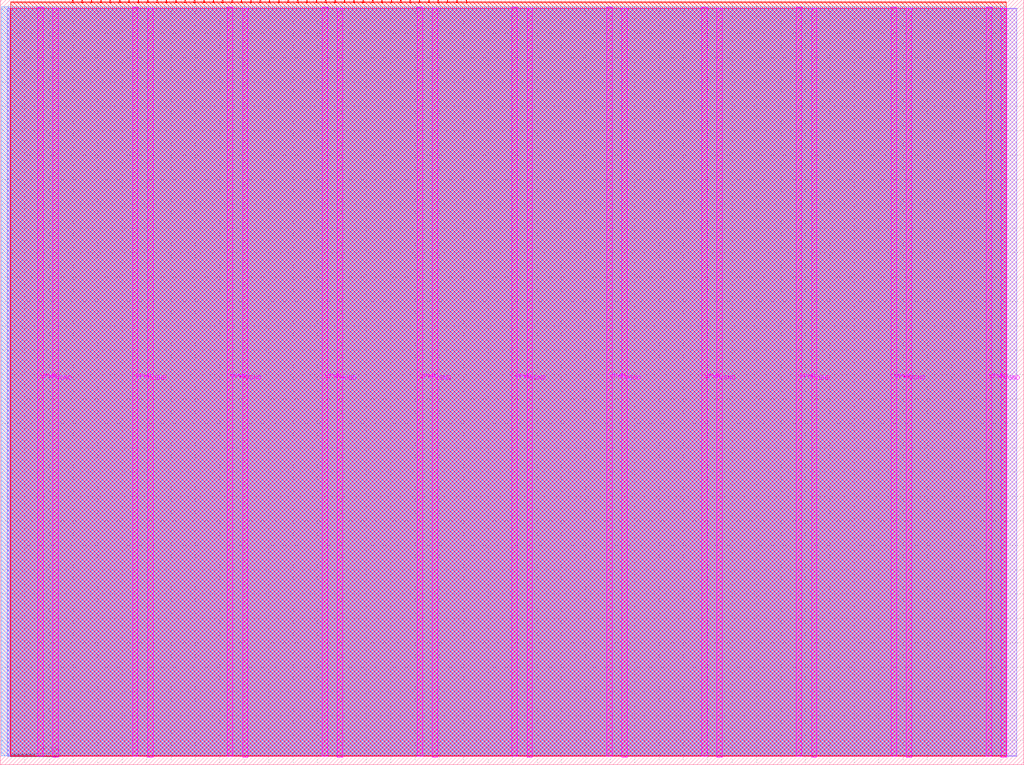
<source format=lef>
VERSION 5.7 ;
  NOWIREEXTENSIONATPIN ON ;
  DIVIDERCHAR "/" ;
  BUSBITCHARS "[]" ;
MACRO tt_um_swenson_cqs
  CLASS BLOCK ;
  FOREIGN tt_um_swenson_cqs ;
  ORIGIN 0.000 0.000 ;
  SIZE 419.520 BY 313.740 ;
  PIN VGND
    DIRECTION INOUT ;
    USE GROUND ;
    PORT
      LAYER TopMetal1 ;
        RECT 21.580 3.150 23.780 310.180 ;
    END
    PORT
      LAYER TopMetal1 ;
        RECT 60.450 3.150 62.650 310.180 ;
    END
    PORT
      LAYER TopMetal1 ;
        RECT 99.320 3.150 101.520 310.180 ;
    END
    PORT
      LAYER TopMetal1 ;
        RECT 138.190 3.150 140.390 310.180 ;
    END
    PORT
      LAYER TopMetal1 ;
        RECT 177.060 3.150 179.260 310.180 ;
    END
    PORT
      LAYER TopMetal1 ;
        RECT 215.930 3.150 218.130 310.180 ;
    END
    PORT
      LAYER TopMetal1 ;
        RECT 254.800 3.150 257.000 310.180 ;
    END
    PORT
      LAYER TopMetal1 ;
        RECT 293.670 3.150 295.870 310.180 ;
    END
    PORT
      LAYER TopMetal1 ;
        RECT 332.540 3.150 334.740 310.180 ;
    END
    PORT
      LAYER TopMetal1 ;
        RECT 371.410 3.150 373.610 310.180 ;
    END
    PORT
      LAYER TopMetal1 ;
        RECT 410.280 3.150 412.480 310.180 ;
    END
  END VGND
  PIN VPWR
    DIRECTION INOUT ;
    USE POWER ;
    PORT
      LAYER TopMetal1 ;
        RECT 15.380 3.560 17.580 310.590 ;
    END
    PORT
      LAYER TopMetal1 ;
        RECT 54.250 3.560 56.450 310.590 ;
    END
    PORT
      LAYER TopMetal1 ;
        RECT 93.120 3.560 95.320 310.590 ;
    END
    PORT
      LAYER TopMetal1 ;
        RECT 131.990 3.560 134.190 310.590 ;
    END
    PORT
      LAYER TopMetal1 ;
        RECT 170.860 3.560 173.060 310.590 ;
    END
    PORT
      LAYER TopMetal1 ;
        RECT 209.730 3.560 211.930 310.590 ;
    END
    PORT
      LAYER TopMetal1 ;
        RECT 248.600 3.560 250.800 310.590 ;
    END
    PORT
      LAYER TopMetal1 ;
        RECT 287.470 3.560 289.670 310.590 ;
    END
    PORT
      LAYER TopMetal1 ;
        RECT 326.340 3.560 328.540 310.590 ;
    END
    PORT
      LAYER TopMetal1 ;
        RECT 365.210 3.560 367.410 310.590 ;
    END
    PORT
      LAYER TopMetal1 ;
        RECT 404.080 3.560 406.280 310.590 ;
    END
  END VPWR
  PIN clk
    DIRECTION INPUT ;
    USE SIGNAL ;
    ANTENNAGATEAREA 1.450800 ;
    PORT
      LAYER Metal4 ;
        RECT 187.050 312.740 187.350 313.740 ;
    END
  END clk
  PIN ena
    DIRECTION INPUT ;
    USE SIGNAL ;
    PORT
      LAYER Metal4 ;
        RECT 190.890 312.740 191.190 313.740 ;
    END
  END ena
  PIN rst_n
    DIRECTION INPUT ;
    USE SIGNAL ;
    ANTENNAGATEAREA 0.725400 ;
    PORT
      LAYER Metal4 ;
        RECT 183.210 312.740 183.510 313.740 ;
    END
  END rst_n
  PIN ui_in[0]
    DIRECTION INPUT ;
    USE SIGNAL ;
    ANTENNAGATEAREA 0.213200 ;
    PORT
      LAYER Metal4 ;
        RECT 179.370 312.740 179.670 313.740 ;
    END
  END ui_in[0]
  PIN ui_in[1]
    DIRECTION INPUT ;
    USE SIGNAL ;
    ANTENNAGATEAREA 0.213200 ;
    PORT
      LAYER Metal4 ;
        RECT 175.530 312.740 175.830 313.740 ;
    END
  END ui_in[1]
  PIN ui_in[2]
    DIRECTION INPUT ;
    USE SIGNAL ;
    ANTENNAGATEAREA 0.180700 ;
    PORT
      LAYER Metal4 ;
        RECT 171.690 312.740 171.990 313.740 ;
    END
  END ui_in[2]
  PIN ui_in[3]
    DIRECTION INPUT ;
    USE SIGNAL ;
    ANTENNAGATEAREA 0.213200 ;
    PORT
      LAYER Metal4 ;
        RECT 167.850 312.740 168.150 313.740 ;
    END
  END ui_in[3]
  PIN ui_in[4]
    DIRECTION INPUT ;
    USE SIGNAL ;
    ANTENNAGATEAREA 0.213200 ;
    PORT
      LAYER Metal4 ;
        RECT 164.010 312.740 164.310 313.740 ;
    END
  END ui_in[4]
  PIN ui_in[5]
    DIRECTION INPUT ;
    USE SIGNAL ;
    ANTENNAGATEAREA 0.213200 ;
    PORT
      LAYER Metal4 ;
        RECT 160.170 312.740 160.470 313.740 ;
    END
  END ui_in[5]
  PIN ui_in[6]
    DIRECTION INPUT ;
    USE SIGNAL ;
    ANTENNAGATEAREA 0.213200 ;
    PORT
      LAYER Metal4 ;
        RECT 156.330 312.740 156.630 313.740 ;
    END
  END ui_in[6]
  PIN ui_in[7]
    DIRECTION INPUT ;
    USE SIGNAL ;
    ANTENNAGATEAREA 0.213200 ;
    PORT
      LAYER Metal4 ;
        RECT 152.490 312.740 152.790 313.740 ;
    END
  END ui_in[7]
  PIN uio_in[0]
    DIRECTION INPUT ;
    USE SIGNAL ;
    PORT
      LAYER Metal4 ;
        RECT 148.650 312.740 148.950 313.740 ;
    END
  END uio_in[0]
  PIN uio_in[1]
    DIRECTION INPUT ;
    USE SIGNAL ;
    PORT
      LAYER Metal4 ;
        RECT 144.810 312.740 145.110 313.740 ;
    END
  END uio_in[1]
  PIN uio_in[2]
    DIRECTION INPUT ;
    USE SIGNAL ;
    PORT
      LAYER Metal4 ;
        RECT 140.970 312.740 141.270 313.740 ;
    END
  END uio_in[2]
  PIN uio_in[3]
    DIRECTION INPUT ;
    USE SIGNAL ;
    ANTENNAGATEAREA 0.180700 ;
    PORT
      LAYER Metal4 ;
        RECT 137.130 312.740 137.430 313.740 ;
    END
  END uio_in[3]
  PIN uio_in[4]
    DIRECTION INPUT ;
    USE SIGNAL ;
    ANTENNAGATEAREA 0.213200 ;
    PORT
      LAYER Metal4 ;
        RECT 133.290 312.740 133.590 313.740 ;
    END
  END uio_in[4]
  PIN uio_in[5]
    DIRECTION INPUT ;
    USE SIGNAL ;
    ANTENNAGATEAREA 0.180700 ;
    PORT
      LAYER Metal4 ;
        RECT 129.450 312.740 129.750 313.740 ;
    END
  END uio_in[5]
  PIN uio_in[6]
    DIRECTION INPUT ;
    USE SIGNAL ;
    ANTENNAGATEAREA 0.213200 ;
    PORT
      LAYER Metal4 ;
        RECT 125.610 312.740 125.910 313.740 ;
    END
  END uio_in[6]
  PIN uio_in[7]
    DIRECTION INPUT ;
    USE SIGNAL ;
    ANTENNAGATEAREA 0.213200 ;
    PORT
      LAYER Metal4 ;
        RECT 121.770 312.740 122.070 313.740 ;
    END
  END uio_in[7]
  PIN uio_oe[0]
    DIRECTION OUTPUT ;
    USE SIGNAL ;
    ANTENNADIFFAREA 0.392700 ;
    PORT
      LAYER Metal4 ;
        RECT 56.490 312.740 56.790 313.740 ;
    END
  END uio_oe[0]
  PIN uio_oe[1]
    DIRECTION OUTPUT ;
    USE SIGNAL ;
    ANTENNADIFFAREA 0.392700 ;
    PORT
      LAYER Metal4 ;
        RECT 52.650 312.740 52.950 313.740 ;
    END
  END uio_oe[1]
  PIN uio_oe[2]
    DIRECTION OUTPUT ;
    USE SIGNAL ;
    ANTENNADIFFAREA 0.392700 ;
    PORT
      LAYER Metal4 ;
        RECT 48.810 312.740 49.110 313.740 ;
    END
  END uio_oe[2]
  PIN uio_oe[3]
    DIRECTION OUTPUT ;
    USE SIGNAL ;
    ANTENNADIFFAREA 0.299200 ;
    PORT
      LAYER Metal4 ;
        RECT 44.970 312.740 45.270 313.740 ;
    END
  END uio_oe[3]
  PIN uio_oe[4]
    DIRECTION OUTPUT ;
    USE SIGNAL ;
    ANTENNADIFFAREA 0.392700 ;
    PORT
      LAYER Metal4 ;
        RECT 41.130 312.740 41.430 313.740 ;
    END
  END uio_oe[4]
  PIN uio_oe[5]
    DIRECTION OUTPUT ;
    USE SIGNAL ;
    ANTENNADIFFAREA 0.392700 ;
    PORT
      LAYER Metal4 ;
        RECT 37.290 312.740 37.590 313.740 ;
    END
  END uio_oe[5]
  PIN uio_oe[6]
    DIRECTION OUTPUT ;
    USE SIGNAL ;
    ANTENNADIFFAREA 0.392700 ;
    PORT
      LAYER Metal4 ;
        RECT 33.450 312.740 33.750 313.740 ;
    END
  END uio_oe[6]
  PIN uio_oe[7]
    DIRECTION OUTPUT ;
    USE SIGNAL ;
    ANTENNADIFFAREA 0.392700 ;
    PORT
      LAYER Metal4 ;
        RECT 29.610 312.740 29.910 313.740 ;
    END
  END uio_oe[7]
  PIN uio_out[0]
    DIRECTION OUTPUT ;
    USE SIGNAL ;
    ANTENNADIFFAREA 0.706800 ;
    PORT
      LAYER Metal4 ;
        RECT 87.210 312.740 87.510 313.740 ;
    END
  END uio_out[0]
  PIN uio_out[1]
    DIRECTION OUTPUT ;
    USE SIGNAL ;
    ANTENNADIFFAREA 0.708600 ;
    PORT
      LAYER Metal4 ;
        RECT 83.370 312.740 83.670 313.740 ;
    END
  END uio_out[1]
  PIN uio_out[2]
    DIRECTION OUTPUT ;
    USE SIGNAL ;
    ANTENNADIFFAREA 0.706800 ;
    PORT
      LAYER Metal4 ;
        RECT 79.530 312.740 79.830 313.740 ;
    END
  END uio_out[2]
  PIN uio_out[3]
    DIRECTION OUTPUT ;
    USE SIGNAL ;
    ANTENNADIFFAREA 0.299200 ;
    PORT
      LAYER Metal4 ;
        RECT 75.690 312.740 75.990 313.740 ;
    END
  END uio_out[3]
  PIN uio_out[4]
    DIRECTION OUTPUT ;
    USE SIGNAL ;
    ANTENNADIFFAREA 0.708600 ;
    PORT
      LAYER Metal4 ;
        RECT 71.850 312.740 72.150 313.740 ;
    END
  END uio_out[4]
  PIN uio_out[5]
    DIRECTION OUTPUT ;
    USE SIGNAL ;
    ANTENNADIFFAREA 0.708600 ;
    PORT
      LAYER Metal4 ;
        RECT 68.010 312.740 68.310 313.740 ;
    END
  END uio_out[5]
  PIN uio_out[6]
    DIRECTION OUTPUT ;
    USE SIGNAL ;
    ANTENNADIFFAREA 0.632400 ;
    PORT
      LAYER Metal4 ;
        RECT 64.170 312.740 64.470 313.740 ;
    END
  END uio_out[6]
  PIN uio_out[7]
    DIRECTION OUTPUT ;
    USE SIGNAL ;
    ANTENNADIFFAREA 0.632400 ;
    PORT
      LAYER Metal4 ;
        RECT 60.330 312.740 60.630 313.740 ;
    END
  END uio_out[7]
  PIN uo_out[0]
    DIRECTION OUTPUT ;
    USE SIGNAL ;
    ANTENNADIFFAREA 0.708600 ;
    PORT
      LAYER Metal4 ;
        RECT 117.930 312.740 118.230 313.740 ;
    END
  END uo_out[0]
  PIN uo_out[1]
    DIRECTION OUTPUT ;
    USE SIGNAL ;
    ANTENNADIFFAREA 0.649200 ;
    PORT
      LAYER Metal4 ;
        RECT 114.090 312.740 114.390 313.740 ;
    END
  END uo_out[1]
  PIN uo_out[2]
    DIRECTION OUTPUT ;
    USE SIGNAL ;
    ANTENNADIFFAREA 0.708600 ;
    PORT
      LAYER Metal4 ;
        RECT 110.250 312.740 110.550 313.740 ;
    END
  END uo_out[2]
  PIN uo_out[3]
    DIRECTION OUTPUT ;
    USE SIGNAL ;
    ANTENNADIFFAREA 0.677200 ;
    PORT
      LAYER Metal4 ;
        RECT 106.410 312.740 106.710 313.740 ;
    END
  END uo_out[3]
  PIN uo_out[4]
    DIRECTION OUTPUT ;
    USE SIGNAL ;
    ANTENNADIFFAREA 1.008100 ;
    PORT
      LAYER Metal4 ;
        RECT 102.570 312.740 102.870 313.740 ;
    END
  END uo_out[4]
  PIN uo_out[5]
    DIRECTION OUTPUT ;
    USE SIGNAL ;
    ANTENNADIFFAREA 0.677200 ;
    PORT
      LAYER Metal4 ;
        RECT 98.730 312.740 99.030 313.740 ;
    END
  END uo_out[5]
  PIN uo_out[6]
    DIRECTION OUTPUT ;
    USE SIGNAL ;
    ANTENNADIFFAREA 1.008100 ;
    PORT
      LAYER Metal4 ;
        RECT 94.890 312.740 95.190 313.740 ;
    END
  END uo_out[6]
  PIN uo_out[7]
    DIRECTION OUTPUT ;
    USE SIGNAL ;
    ANTENNADIFFAREA 1.008100 ;
    PORT
      LAYER Metal4 ;
        RECT 91.050 312.740 91.350 313.740 ;
    END
  END uo_out[7]
  OBS
      LAYER GatPoly ;
        RECT 2.880 3.630 416.640 310.110 ;
      LAYER Metal1 ;
        RECT 2.880 3.560 416.640 310.180 ;
      LAYER Metal2 ;
        RECT 0.375 3.635 412.300 310.945 ;
      LAYER Metal3 ;
        RECT 0.335 3.680 412.345 310.905 ;
      LAYER Metal4 ;
        RECT 4.215 312.530 29.400 313.000 ;
        RECT 30.120 312.530 33.240 313.000 ;
        RECT 33.960 312.530 37.080 313.000 ;
        RECT 37.800 312.530 40.920 313.000 ;
        RECT 41.640 312.530 44.760 313.000 ;
        RECT 45.480 312.530 48.600 313.000 ;
        RECT 49.320 312.530 52.440 313.000 ;
        RECT 53.160 312.530 56.280 313.000 ;
        RECT 57.000 312.530 60.120 313.000 ;
        RECT 60.840 312.530 63.960 313.000 ;
        RECT 64.680 312.530 67.800 313.000 ;
        RECT 68.520 312.530 71.640 313.000 ;
        RECT 72.360 312.530 75.480 313.000 ;
        RECT 76.200 312.530 79.320 313.000 ;
        RECT 80.040 312.530 83.160 313.000 ;
        RECT 83.880 312.530 87.000 313.000 ;
        RECT 87.720 312.530 90.840 313.000 ;
        RECT 91.560 312.530 94.680 313.000 ;
        RECT 95.400 312.530 98.520 313.000 ;
        RECT 99.240 312.530 102.360 313.000 ;
        RECT 103.080 312.530 106.200 313.000 ;
        RECT 106.920 312.530 110.040 313.000 ;
        RECT 110.760 312.530 113.880 313.000 ;
        RECT 114.600 312.530 117.720 313.000 ;
        RECT 118.440 312.530 121.560 313.000 ;
        RECT 122.280 312.530 125.400 313.000 ;
        RECT 126.120 312.530 129.240 313.000 ;
        RECT 129.960 312.530 133.080 313.000 ;
        RECT 133.800 312.530 136.920 313.000 ;
        RECT 137.640 312.530 140.760 313.000 ;
        RECT 141.480 312.530 144.600 313.000 ;
        RECT 145.320 312.530 148.440 313.000 ;
        RECT 149.160 312.530 152.280 313.000 ;
        RECT 153.000 312.530 156.120 313.000 ;
        RECT 156.840 312.530 159.960 313.000 ;
        RECT 160.680 312.530 163.800 313.000 ;
        RECT 164.520 312.530 167.640 313.000 ;
        RECT 168.360 312.530 171.480 313.000 ;
        RECT 172.200 312.530 175.320 313.000 ;
        RECT 176.040 312.530 179.160 313.000 ;
        RECT 179.880 312.530 183.000 313.000 ;
        RECT 183.720 312.530 186.840 313.000 ;
        RECT 187.560 312.530 190.680 313.000 ;
        RECT 191.400 312.530 412.300 313.000 ;
        RECT 4.215 3.635 412.300 312.530 ;
      LAYER Metal5 ;
        RECT 4.175 3.470 412.345 310.270 ;
  END
END tt_um_swenson_cqs
END LIBRARY


</source>
